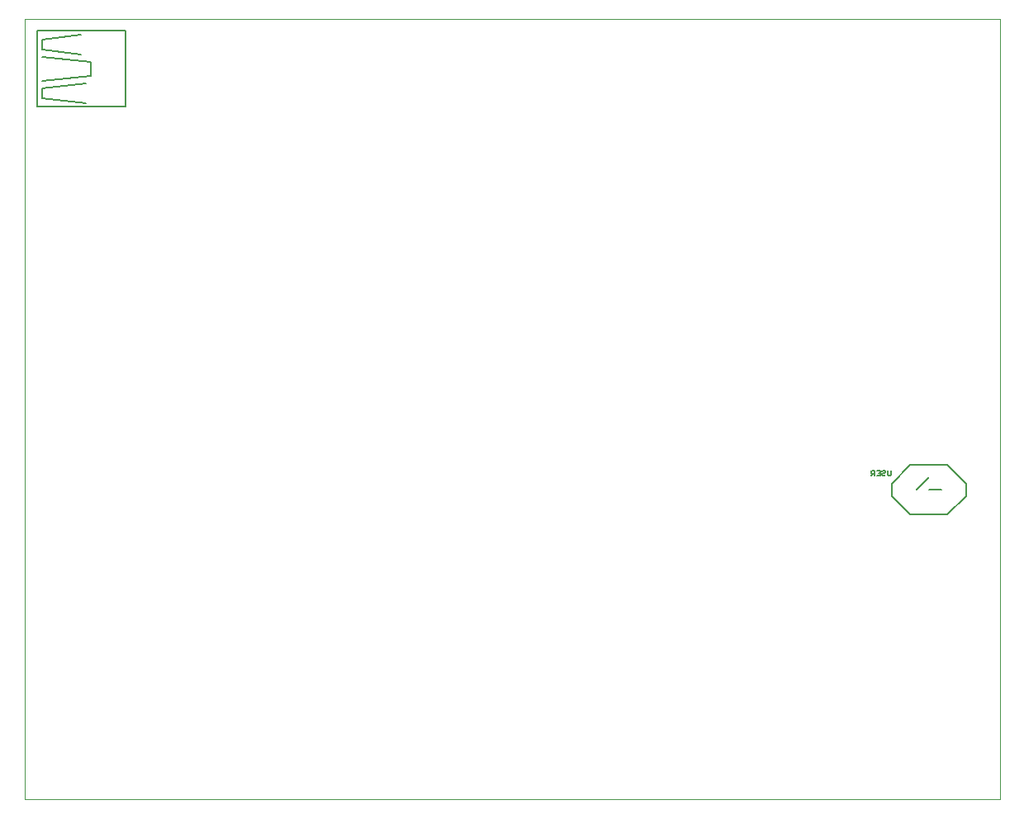
<source format=gbo>
G75*
%MOIN*%
%OFA0B0*%
%FSLAX25Y25*%
%IPPOS*%
%LPD*%
%AMOC8*
5,1,8,0,0,1.08239X$1,22.5*
%
%ADD10C,0.00000*%
%ADD11C,0.00500*%
%ADD12C,0.00800*%
D10*
X0001800Y0027394D02*
X0001800Y0342355D01*
X0395501Y0342355D01*
X0395501Y0027394D01*
X0001800Y0027394D01*
D11*
X0007036Y0307040D02*
X0042469Y0307040D01*
X0042469Y0337749D01*
X0007036Y0337749D01*
X0007036Y0307040D01*
X0009005Y0310583D02*
X0009005Y0314520D01*
X0026721Y0316489D01*
X0028690Y0319441D02*
X0009005Y0317473D01*
X0009005Y0310583D02*
X0026721Y0308615D01*
X0028690Y0319441D02*
X0028690Y0325347D01*
X0009005Y0327315D01*
X0009005Y0330268D02*
X0024753Y0328300D01*
X0024753Y0336174D02*
X0009005Y0334205D01*
X0009005Y0330268D01*
X0343653Y0159729D02*
X0343653Y0159095D01*
X0343970Y0158778D01*
X0344920Y0158778D01*
X0344286Y0158778D02*
X0343653Y0158144D01*
X0344920Y0158144D02*
X0344920Y0160046D01*
X0343970Y0160046D01*
X0343653Y0159729D01*
X0345862Y0160046D02*
X0347130Y0160046D01*
X0347130Y0158144D01*
X0345862Y0158144D01*
X0346496Y0159095D02*
X0347130Y0159095D01*
X0348072Y0158778D02*
X0348072Y0158461D01*
X0348389Y0158144D01*
X0349023Y0158144D01*
X0349340Y0158461D01*
X0349023Y0159095D02*
X0348389Y0159095D01*
X0348072Y0158778D01*
X0348072Y0159729D02*
X0348389Y0160046D01*
X0349023Y0160046D01*
X0349340Y0159729D01*
X0349340Y0159412D01*
X0349023Y0159095D01*
X0350282Y0158461D02*
X0350282Y0160046D01*
X0351550Y0160046D02*
X0351550Y0158461D01*
X0351233Y0158144D01*
X0350599Y0158144D01*
X0350282Y0158461D01*
X0361800Y0152394D02*
X0366800Y0157394D01*
X0366800Y0152394D02*
X0371800Y0152394D01*
D12*
X0374300Y0142394D02*
X0381800Y0149894D01*
X0381800Y0154894D01*
X0374300Y0162394D01*
X0359300Y0162394D01*
X0351800Y0154894D01*
X0351800Y0149894D01*
X0359300Y0142394D01*
X0374300Y0142394D01*
M02*

</source>
